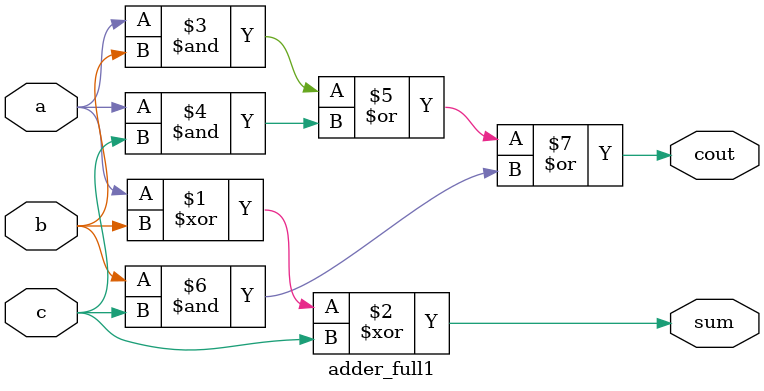
<source format=v>
`timescale 1ns / 1ns

module lca_4 (
    input [3:0] A_in,
    input [3:0] B_in,
    input       C_1,

    output wire       CO,
    output wire [3:0] S
);

    wire [4:0] cout_r;
    assign cout_r[0] = C_1;
    
    genvar i_add;
	generate
        for (i_add = 0; i_add < 4; i_add=i_add+1) begin:all_adder
            adder_full1 u_adder_full1(
            	.a    (A_in[i_add]    ),
                .b    (B_in[i_add]    ),
                .c    (cout_r[i_add]),
                .sum  (S[i_add]  ),
                .cout (cout_r[i_add+1] )
            );
            
        end
    endgenerate
    assign CO = cout_r[4];
endmodule

module adder_full1 (
    input  a,
    input  b,
    input  c,
    output sum,
    output cout
);

    assign sum  = a ^ b ^ c;
    assign cout = (a & b) | (a & c) | (b & c);

endmodule  //test1

// `timescale 1ns/1ns

// module lca_4(
// 	input		[3:0]       A_in  ,
// 	input	    [3:0]		B_in  ,
//     input                   C_1   ,
 
//  	output	 wire			CO    ,
// 	output   wire [3:0]	    S
// );

// wire [3:0] G,P;
// wire [4:0] C;

// genvar i;
// generate
// 	for(i=0;i<4;i=i+1)begin
// 		GP u_GP(
// 			.A_in(A_in[i]),
// 			.B_in(B_in[i]),
// 			.G_out(G[i]),
// 			.P_out(P[i])
// 		);
// 	end		
// endgenerate


// assign C[0] = C_1;
// assign C[1] = G[0] | (P[0]&C[0]);
// assign C[2] = G[1] | (P[1]&C[1]);
// assign C[3] = G[2] | (P[2]&C[2]);
// assign C[4] = G[3] | (P[3]&C[3]);
// assign CO   = C[4];

// generate
// 	for(i=0;i<4;i=i+1)begin
// 		assign S[i] = P[i] ^ C[i];
// 	end	
// endgenerate
// endmodule


// module GP (
// 	input		    A_in  ,
// 	input	   	   	B_in  ,

// 	output          G_out,
// 	output          P_out
// );
// assign G_out = A_in & B_in;
// assign P_out = A_in ^ B_in;
// endmodule


</source>
